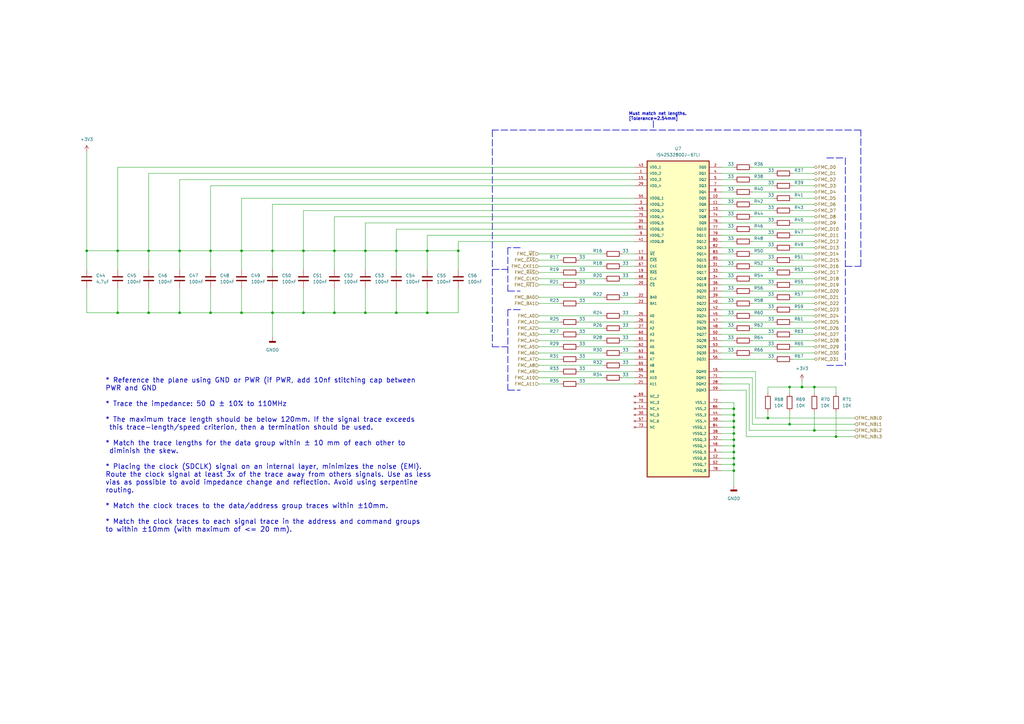
<source format=kicad_sch>
(kicad_sch (version 20211123) (generator eeschema)
  (paper "A3")
  (title_block (title "SDRAM") (date "2022-09-27") (rev "REv. 1") (company "HardGFX") (comment 1 "Esp. Eng. Sciarrone, Hanes Nahuel") (comment 2 "Master in embedded systems") (comment 3 "UBA - Facultad de Ingeniería"))
  (junction (at 86.36 128.27))
  (junction (at 73.66 102.87))
  (junction (at 111.76 128.27))
  (junction (at 60.96 102.87))
  (junction (at 314.96 171.45))
  (junction (at 175.26 128.27))
  (junction (at 300.99 180.34))
  (junction (at 334.01 158.75))
  (junction (at 124.46 102.87))
  (junction (at 300.99 190.5))
  (junction (at 300.99 193.04))
  (junction (at 334.01 176.53))
  (junction (at 342.9 179.07))
  (junction (at 300.99 167.64))
  (junction (at 35.56 102.87))
  (junction (at 323.85 158.75))
  (junction (at 99.06 128.27))
  (junction (at 300.99 187.96))
  (junction (at 124.46 128.27))
  (junction (at 300.99 177.8))
  (junction (at 300.99 175.26))
  (junction (at 300.99 182.88))
  (junction (at 48.26 128.27))
  (junction (at 300.99 185.42))
  (junction (at 175.26 102.87))
  (junction (at 162.56 102.87))
  (junction (at 300.99 170.18))
  (junction (at 86.36 102.87))
  (junction (at 300.99 172.72))
  (junction (at 323.85 173.99))
  (junction (at 162.56 128.27))
  (junction (at 149.86 128.27))
  (junction (at 60.96 128.27))
  (junction (at 111.76 102.87))
  (junction (at 48.26 102.87))
  (junction (at 187.96 102.87))
  (junction (at 73.66 128.27))
  (junction (at 137.16 102.87))
  (junction (at 149.86 102.87))
  (junction (at 328.93 158.75))
  (junction (at 137.16 128.27))
  (junction (at 99.06 102.87))
  (wire (pts (xy 300.99 172.72) (xy 300.99 175.26)))
  (wire (pts (xy 295.91 165.1) (xy 300.99 165.1)))
  (wire (pts (xy 323.85 158.75) (xy 323.85 161.29)))
  (wire (pts (xy 295.91 129.54) (xy 300.99 129.54)))
  (wire (pts (xy 220.98 124.46) (xy 229.87 124.46)))
  (wire (pts (xy 220.98 157.48) (xy 229.87 157.48)))
  (wire (pts (xy 325.12 86.36) (xy 334.01 86.36)))
  (wire (pts (xy 295.91 109.22) (xy 300.99 109.22)))
  (polyline (pts (xy 346.71 109.22) (xy 353.06 109.22)) (stroke (width 0.254)))
  (wire (pts (xy 309.88 152.4) (xy 295.91 152.4)))
  (wire (pts (xy 73.66 128.27) (xy 86.36 128.27)))
  (wire (pts (xy 325.12 71.12) (xy 334.01 71.12)))
  (wire (pts (xy 260.35 99.06) (xy 187.96 99.06)))
  (wire (pts (xy 295.91 177.8) (xy 300.99 177.8)))
  (wire (pts (xy 220.98 134.62) (xy 247.65 134.62)))
  (wire (pts (xy 295.91 116.84) (xy 317.5 116.84)))
  (wire (pts (xy 137.16 102.87) (xy 149.86 102.87)))
  (polyline (pts (xy 208.28 127) (xy 208.28 160.02)) (stroke (width 0.254)))
  (wire (pts (xy 124.46 128.27) (xy 111.76 128.27)))
  (wire (pts (xy 342.9 179.07) (xy 306.07 179.07)))
  (wire (pts (xy 308.61 139.7) (xy 334.01 139.7)))
  (wire (pts (xy 255.27 114.3) (xy 260.35 114.3)))
  (wire (pts (xy 48.26 102.87) (xy 48.26 110.49)))
  (wire (pts (xy 314.96 171.45) (xy 350.52 171.45)))
  (wire (pts (xy 175.26 128.27) (xy 162.56 128.27)))
  (wire (pts (xy 255.27 154.94) (xy 260.35 154.94)))
  (wire (pts (xy 325.12 91.44) (xy 334.01 91.44)))
  (wire (pts (xy 137.16 118.11) (xy 137.16 128.27)))
  (wire (pts (xy 342.9 179.07) (xy 350.52 179.07)))
  (wire (pts (xy 220.98 109.22) (xy 247.65 109.22)))
  (wire (pts (xy 300.99 170.18) (xy 300.99 172.72)))
  (wire (pts (xy 308.61 144.78) (xy 334.01 144.78)))
  (wire (pts (xy 295.91 71.12) (xy 317.5 71.12)))
  (wire (pts (xy 295.91 106.68) (xy 317.5 106.68)))
  (wire (pts (xy 255.27 129.54) (xy 260.35 129.54)))
  (wire (pts (xy 220.98 121.92) (xy 247.65 121.92)))
  (polyline (pts (xy 353.06 109.22) (xy 353.06 53.34)) (stroke (width 0.254)))
  (wire (pts (xy 260.35 86.36) (xy 124.46 86.36)))
  (wire (pts (xy 220.98 106.68) (xy 229.87 106.68)))
  (wire (pts (xy 220.98 114.3) (xy 247.65 114.3)))
  (wire (pts (xy 308.61 104.14) (xy 334.01 104.14)))
  (wire (pts (xy 295.91 170.18) (xy 300.99 170.18)))
  (polyline (pts (xy 208.28 160.02) (xy 213.36 160.02)) (stroke (width 0.254)))
  (wire (pts (xy 99.06 102.87) (xy 99.06 110.49)))
  (wire (pts (xy 323.85 158.75) (xy 328.93 158.75)))
  (wire (pts (xy 48.26 68.58) (xy 48.26 102.87)))
  (wire (pts (xy 306.07 179.07) (xy 306.07 160.02)))
  (wire (pts (xy 342.9 179.07) (xy 342.9 168.91)))
  (wire (pts (xy 255.27 109.22) (xy 260.35 109.22)))
  (wire (pts (xy 111.76 118.11) (xy 111.76 128.27)))
  (wire (pts (xy 295.91 193.04) (xy 300.99 193.04)))
  (wire (pts (xy 295.91 76.2) (xy 317.5 76.2)))
  (wire (pts (xy 175.26 102.87) (xy 187.96 102.87)))
  (wire (pts (xy 260.35 88.9) (xy 137.16 88.9)))
  (wire (pts (xy 325.12 121.92) (xy 334.01 121.92)))
  (wire (pts (xy 86.36 76.2) (xy 86.36 102.87)))
  (polyline (pts (xy 353.06 53.34) (xy 201.93 53.34)) (stroke (width 0.254)))
  (wire (pts (xy 295.91 190.5) (xy 300.99 190.5)))
  (wire (pts (xy 60.96 102.87) (xy 60.96 110.49)))
  (wire (pts (xy 124.46 102.87) (xy 137.16 102.87)))
  (wire (pts (xy 260.35 73.66) (xy 73.66 73.66)))
  (wire (pts (xy 295.91 104.14) (xy 300.99 104.14)))
  (wire (pts (xy 99.06 81.28) (xy 99.06 102.87)))
  (wire (pts (xy 60.96 71.12) (xy 60.96 102.87)))
  (wire (pts (xy 295.91 121.92) (xy 317.5 121.92)))
  (polyline (pts (xy 201.93 110.49) (xy 208.28 110.49)) (stroke (width 0.254)))
  (wire (pts (xy 255.27 104.14) (xy 260.35 104.14)))
  (wire (pts (xy 334.01 176.53) (xy 307.34 176.53)))
  (wire (pts (xy 35.56 62.23) (xy 35.56 102.87)))
  (wire (pts (xy 175.26 118.11) (xy 175.26 128.27)))
  (wire (pts (xy 260.35 76.2) (xy 86.36 76.2)))
  (wire (pts (xy 295.91 101.6) (xy 317.5 101.6)))
  (wire (pts (xy 308.61 173.99) (xy 308.61 154.94)))
  (wire (pts (xy 300.99 190.5) (xy 300.99 193.04)))
  (wire (pts (xy 300.99 187.96) (xy 300.99 190.5)))
  (wire (pts (xy 307.34 157.48) (xy 295.91 157.48)))
  (wire (pts (xy 300.99 175.26) (xy 300.99 177.8)))
  (wire (pts (xy 325.12 116.84) (xy 334.01 116.84)))
  (polyline (pts (xy 339.09 64.77) (xy 346.71 64.77)) (stroke (width 0.254)))
  (wire (pts (xy 295.91 175.26) (xy 300.99 175.26)))
  (wire (pts (xy 175.26 96.52) (xy 175.26 102.87)))
  (wire (pts (xy 295.91 132.08) (xy 317.5 132.08)))
  (wire (pts (xy 86.36 102.87) (xy 99.06 102.87)))
  (wire (pts (xy 73.66 102.87) (xy 73.66 110.49)))
  (wire (pts (xy 162.56 93.98) (xy 162.56 102.87)))
  (wire (pts (xy 300.99 177.8) (xy 300.99 180.34)))
  (wire (pts (xy 255.27 121.92) (xy 260.35 121.92)))
  (wire (pts (xy 300.99 167.64) (xy 300.99 170.18)))
  (wire (pts (xy 295.91 88.9) (xy 300.99 88.9)))
  (wire (pts (xy 295.91 91.44) (xy 317.5 91.44)))
  (wire (pts (xy 237.49 157.48) (xy 260.35 157.48)))
  (wire (pts (xy 220.98 132.08) (xy 229.87 132.08)))
  (wire (pts (xy 162.56 128.27) (xy 149.86 128.27)))
  (wire (pts (xy 308.61 99.06) (xy 334.01 99.06)))
  (wire (pts (xy 237.49 132.08) (xy 260.35 132.08)))
  (wire (pts (xy 325.12 142.24) (xy 334.01 142.24)))
  (polyline (pts (xy 208.28 119.38) (xy 213.36 119.38)) (stroke (width 0.254)))
  (wire (pts (xy 149.86 91.44) (xy 149.86 102.87)))
  (wire (pts (xy 220.98 129.54) (xy 247.65 129.54)))
  (wire (pts (xy 149.86 102.87) (xy 149.86 110.49)))
  (wire (pts (xy 260.35 81.28) (xy 99.06 81.28)))
  (wire (pts (xy 137.16 88.9) (xy 137.16 102.87)))
  (wire (pts (xy 149.86 128.27) (xy 137.16 128.27)))
  (wire (pts (xy 325.12 127) (xy 334.01 127)))
  (wire (pts (xy 325.12 147.32) (xy 334.01 147.32)))
  (wire (pts (xy 295.91 96.52) (xy 317.5 96.52)))
  (wire (pts (xy 237.49 137.16) (xy 260.35 137.16)))
  (wire (pts (xy 162.56 102.87) (xy 175.26 102.87)))
  (wire (pts (xy 314.96 171.45) (xy 309.88 171.45)))
  (wire (pts (xy 60.96 102.87) (xy 73.66 102.87)))
  (wire (pts (xy 137.16 128.27) (xy 124.46 128.27)))
  (wire (pts (xy 342.9 158.75) (xy 334.01 158.75)))
  (wire (pts (xy 260.35 96.52) (xy 175.26 96.52)))
  (wire (pts (xy 220.98 139.7) (xy 247.65 139.7)))
  (wire (pts (xy 255.27 149.86) (xy 260.35 149.86)))
  (wire (pts (xy 308.61 109.22) (xy 334.01 109.22)))
  (wire (pts (xy 220.98 144.78) (xy 247.65 144.78)))
  (wire (pts (xy 220.98 149.86) (xy 247.65 149.86)))
  (wire (pts (xy 308.61 78.74) (xy 334.01 78.74)))
  (wire (pts (xy 334.01 176.53) (xy 334.01 168.91)))
  (wire (pts (xy 295.91 83.82) (xy 300.99 83.82)))
  (polyline (pts (xy 213.36 127) (xy 208.28 127)) (stroke (width 0.254)))
  (wire (pts (xy 86.36 118.11) (xy 86.36 128.27)))
  (wire (pts (xy 99.06 128.27) (xy 111.76 128.27)))
  (wire (pts (xy 220.98 104.14) (xy 247.65 104.14)))
  (wire (pts (xy 162.56 118.11) (xy 162.56 128.27)))
  (wire (pts (xy 295.91 182.88) (xy 300.99 182.88)))
  (polyline (pts (xy 201.93 142.24) (xy 208.28 142.24)) (stroke (width 0.254)))
  (wire (pts (xy 308.61 119.38) (xy 334.01 119.38)))
  (wire (pts (xy 328.93 158.75) (xy 328.93 156.21)))
  (wire (pts (xy 325.12 96.52) (xy 334.01 96.52)))
  (wire (pts (xy 300.99 193.04) (xy 300.99 199.39)))
  (wire (pts (xy 149.86 118.11) (xy 149.86 128.27)))
  (wire (pts (xy 308.61 134.62) (xy 334.01 134.62)))
  (wire (pts (xy 255.27 139.7) (xy 260.35 139.7)))
  (polyline (pts (xy 267.97 49.53) (xy 267.97 53.34)) (stroke (width 0.254)))
  (wire (pts (xy 111.76 83.82) (xy 111.76 102.87)))
  (wire (pts (xy 300.99 180.34) (xy 300.99 182.88)))
  (wire (pts (xy 237.49 124.46) (xy 260.35 124.46)))
  (wire (pts (xy 162.56 102.87) (xy 162.56 110.49)))
  (wire (pts (xy 187.96 128.27) (xy 175.26 128.27)))
  (wire (pts (xy 295.91 93.98) (xy 300.99 93.98)))
  (wire (pts (xy 111.76 128.27) (xy 111.76 138.43)))
  (wire (pts (xy 124.46 86.36) (xy 124.46 102.87)))
  (wire (pts (xy 73.66 102.87) (xy 86.36 102.87)))
  (wire (pts (xy 295.91 81.28) (xy 317.5 81.28)))
  (wire (pts (xy 325.12 111.76) (xy 334.01 111.76)))
  (wire (pts (xy 295.91 172.72) (xy 300.99 172.72)))
  (wire (pts (xy 237.49 147.32) (xy 260.35 147.32)))
  (wire (pts (xy 295.91 167.64) (xy 300.99 167.64)))
  (wire (pts (xy 220.98 154.94) (xy 247.65 154.94)))
  (wire (pts (xy 175.26 102.87) (xy 175.26 110.49)))
  (wire (pts (xy 111.76 102.87) (xy 111.76 110.49)))
  (wire (pts (xy 260.35 71.12) (xy 60.96 71.12)))
  (wire (pts (xy 35.56 128.27) (xy 48.26 128.27)))
  (wire (pts (xy 260.35 93.98) (xy 162.56 93.98)))
  (wire (pts (xy 220.98 116.84) (xy 229.87 116.84)))
  (wire (pts (xy 48.26 102.87) (xy 60.96 102.87)))
  (wire (pts (xy 308.61 83.82) (xy 334.01 83.82)))
  (wire (pts (xy 295.91 73.66) (xy 300.99 73.66)))
  (wire (pts (xy 35.56 102.87) (xy 35.56 110.49)))
  (wire (pts (xy 325.12 76.2) (xy 334.01 76.2)))
  (wire (pts (xy 295.91 142.24) (xy 317.5 142.24)))
  (wire (pts (xy 237.49 152.4) (xy 260.35 152.4)))
  (wire (pts (xy 342.9 161.29) (xy 342.9 158.75)))
  (wire (pts (xy 295.91 139.7) (xy 300.99 139.7)))
  (wire (pts (xy 325.12 137.16) (xy 334.01 137.16)))
  (wire (pts (xy 334.01 158.75) (xy 334.01 161.29)))
  (wire (pts (xy 295.91 119.38) (xy 300.99 119.38)))
  (wire (pts (xy 124.46 118.11) (xy 124.46 128.27)))
  (wire (pts (xy 237.49 142.24) (xy 260.35 142.24)))
  (wire (pts (xy 309.88 171.45) (xy 309.88 152.4)))
  (wire (pts (xy 308.61 154.94) (xy 295.91 154.94)))
  (wire (pts (xy 295.91 111.76) (xy 317.5 111.76)))
  (wire (pts (xy 187.96 118.11) (xy 187.96 128.27)))
  (wire (pts (xy 323.85 173.99) (xy 350.52 173.99)))
  (wire (pts (xy 300.99 165.1) (xy 300.99 167.64)))
  (wire (pts (xy 60.96 128.27) (xy 73.66 128.27)))
  (wire (pts (xy 111.76 102.87) (xy 124.46 102.87)))
  (wire (pts (xy 295.91 144.78) (xy 300.99 144.78)))
  (wire (pts (xy 323.85 173.99) (xy 308.61 173.99)))
  (wire (pts (xy 308.61 124.46) (xy 334.01 124.46)))
  (wire (pts (xy 260.35 91.44) (xy 149.86 91.44)))
  (wire (pts (xy 48.26 118.11) (xy 48.26 128.27)))
  (wire (pts (xy 334.01 158.75) (xy 328.93 158.75)))
  (wire (pts (xy 187.96 99.06) (xy 187.96 102.87)))
  (wire (pts (xy 237.49 106.68) (xy 260.35 106.68)))
  (wire (pts (xy 295.91 137.16) (xy 317.5 137.16)))
  (wire (pts (xy 325.12 106.68) (xy 334.01 106.68)))
  (wire (pts (xy 314.96 161.29) (xy 314.96 158.75)))
  (polyline (pts (xy 339.09 149.86) (xy 346.71 149.86)) (stroke (width 0.254)))
  (wire (pts (xy 308.61 129.54) (xy 334.01 129.54)))
  (wire (pts (xy 220.98 147.32) (xy 229.87 147.32)))
  (wire (pts (xy 220.98 137.16) (xy 229.87 137.16)))
  (wire (pts (xy 295.91 187.96) (xy 300.99 187.96)))
  (wire (pts (xy 295.91 180.34) (xy 300.99 180.34)))
  (wire (pts (xy 308.61 114.3) (xy 334.01 114.3)))
  (wire (pts (xy 295.91 114.3) (xy 300.99 114.3)))
  (polyline (pts (xy 208.28 101.6) (xy 208.28 119.38)) (stroke (width 0.254)))
  (wire (pts (xy 73.66 118.11) (xy 73.66 128.27)))
  (wire (pts (xy 35.56 118.11) (xy 35.56 128.27)))
  (wire (pts (xy 220.98 142.24) (xy 229.87 142.24)))
  (wire (pts (xy 307.34 176.53) (xy 307.34 157.48)))
  (wire (pts (xy 86.36 128.27) (xy 99.06 128.27)))
  (wire (pts (xy 308.61 93.98) (xy 334.01 93.98)))
  (wire (pts (xy 295.91 99.06) (xy 300.99 99.06)))
  (wire (pts (xy 220.98 111.76) (xy 229.87 111.76)))
  (polyline (pts (xy 346.71 64.77) (xy 346.71 149.86)) (stroke (width 0.254)))
  (wire (pts (xy 99.06 118.11) (xy 99.06 128.27)))
  (wire (pts (xy 334.01 176.53) (xy 350.52 176.53)))
  (wire (pts (xy 86.36 102.87) (xy 86.36 110.49)))
  (wire (pts (xy 308.61 73.66) (xy 334.01 73.66)))
  (wire (pts (xy 255.27 144.78) (xy 260.35 144.78)))
  (wire (pts (xy 73.66 73.66) (xy 73.66 102.87)))
  (wire (pts (xy 220.98 152.4) (xy 229.87 152.4)))
  (wire (pts (xy 295.91 124.46) (xy 300.99 124.46)))
  (wire (pts (xy 306.07 160.02) (xy 295.91 160.02)))
  (wire (pts (xy 325.12 101.6) (xy 334.01 101.6)))
  (wire (pts (xy 255.27 134.62) (xy 260.35 134.62)))
  (wire (pts (xy 295.91 68.58) (xy 300.99 68.58)))
  (wire (pts (xy 300.99 185.42) (xy 300.99 187.96)))
  (wire (pts (xy 187.96 102.87) (xy 187.96 110.49)))
  (wire (pts (xy 237.49 116.84) (xy 260.35 116.84)))
  (wire (pts (xy 295.91 78.74) (xy 300.99 78.74)))
  (wire (pts (xy 295.91 127) (xy 317.5 127)))
  (wire (pts (xy 99.06 102.87) (xy 111.76 102.87)))
  (wire (pts (xy 260.35 68.58) (xy 48.26 68.58)))
  (wire (pts (xy 308.61 68.58) (xy 334.01 68.58)))
  (wire (pts (xy 325.12 81.28) (xy 334.01 81.28)))
  (wire (pts (xy 308.61 88.9) (xy 334.01 88.9)))
  (wire (pts (xy 35.56 102.87) (xy 48.26 102.87)))
  (wire (pts (xy 295.91 86.36) (xy 317.5 86.36)))
  (wire (pts (xy 48.26 128.27) (xy 60.96 128.27)))
  (wire (pts (xy 295.91 147.32) (xy 317.5 147.32)))
  (wire (pts (xy 295.91 134.62) (xy 300.99 134.62)))
  (wire (pts (xy 323.85 173.99) (xy 323.85 168.91)))
  (wire (pts (xy 260.35 83.82) (xy 111.76 83.82)))
  (wire (pts (xy 300.99 182.88) (xy 300.99 185.42)))
  (wire (pts (xy 237.49 111.76) (xy 260.35 111.76)))
  (wire (pts (xy 314.96 158.75) (xy 323.85 158.75)))
  (wire (pts (xy 314.96 171.45) (xy 314.96 168.91)))
  (polyline (pts (xy 201.93 53.34) (xy 201.93 142.24)) (stroke (width 0.254)))
  (wire (pts (xy 124.46 102.87) (xy 124.46 110.49)))
  (wire (pts (xy 149.86 102.87) (xy 162.56 102.87)))
  (wire (pts (xy 295.91 185.42) (xy 300.99 185.42)))
  (wire (pts (xy 60.96 118.11) (xy 60.96 128.27)))
  (wire (pts (xy 137.16 102.87) (xy 137.16 110.49)))
  (polyline (pts (xy 213.36 101.6) (xy 208.28 101.6)) (stroke (width 0.254)))
  (wire (pts (xy 325.12 132.08) (xy 334.01 132.08)))
  (text "* Reference the plane using GND or PWR (if PWR, add 10nf stitching cap between \nPWR and GND\n\n* Trace the impedance: 50 Ω ± 10% to 110MHz\n\n* The maximum trace length should be below 120mm. If the signal trace exceeds\n this trace-length/speed criterion, then a termination should be used.\n\n* Match the trace lengths for the data group within ± 10 mm of each other to\n diminish the skew.\n\n* Placing the clock (SDCLK) signal on an internal layer, minimizes the noise (EMI).\nRoute the clock signal at least 3x of the trace away from others signals. Use as less\nvias as possible to avoid impedance change and reflection. Avoid using serpentine\nrouting.\n\n* Match the clock traces to the data/address group traces within ±10mm.\n\n* Match the clock traces to each signal trace in the address and command groups \nto within ±10mm (with maximum of <= 20 mm)." (at 43.18 218.44 0) (effects (font (size 2 2) (thickness 0.254) bold) (justify left bottom)))
  (text "Must match net lengths.\n[Tolerance=2.54mm]" (at 257.81 49.53 0) (effects (font (size 1.27 1.27) (thickness 0.254) bold) (justify left bottom)))
  (hierarchical_label "FMC_CLK" (shape input) (at 220.98 114.3 180))
  (hierarchical_label "FMC_D24" (shape bidirectional) (at 334.01 129.54 0))
  (hierarchical_label "FMC_D31" (shape bidirectional) (at 334.01 147.32 0))
  (hierarchical_label "FMC_A5" (shape input) (at 220.98 142.24 180))
  (hierarchical_label "FMC_A8" (shape input) (at 220.98 149.86 180))
  (hierarchical_label "FMC_D30" (shape bidirectional) (at 334.01 144.78 0))
  (hierarchical_label "FMC_A10" (shape input) (at 220.98 154.94 180))
  (hierarchical_label "FMC_CKE1" (shape input) (at 220.98 109.22 180))
  (hierarchical_label "FMC_D3" (shape bidirectional) (at 334.01 76.2 0))
  (hierarchical_label "FMC_D23" (shape bidirectional) (at 334.01 127 0))
  (hierarchical_label "FMC_A11" (shape input) (at 220.98 157.48 180))
  (hierarchical_label "FMC_D19" (shape bidirectional) (at 334.01 116.84 0))
  (hierarchical_label "FMC_D22" (shape bidirectional) (at 334.01 124.46 0))
  (hierarchical_label "FMC_NBL2" (shape input) (at 350.52 176.53 0))
  (hierarchical_label "FMC_D0" (shape bidirectional) (at 334.01 68.58 0))
  (hierarchical_label "FMC_~{WE}" (shape input) (at 220.98 104.14 180))
  (hierarchical_label "FMC_A1" (shape input) (at 220.98 132.08 180))
  (hierarchical_label "FMC_NBL3" (shape input) (at 350.52 179.07 0))
  (hierarchical_label "FMC_A9" (shape input) (at 220.98 152.4 180))
  (hierarchical_label "FMC_BA1" (shape input) (at 220.98 124.46 180))
  (hierarchical_label "FMC_~{NE1}" (shape input) (at 220.98 116.84 180))
  (hierarchical_label "FMC_D5" (shape bidirectional) (at 334.01 81.28 0))
  (hierarchical_label "FMC_~{CAS}" (shape input) (at 220.98 106.68 180))
  (hierarchical_label "FMC_D25" (shape bidirectional) (at 334.01 132.08 0))
  (hierarchical_label "FMC_D27" (shape bidirectional) (at 334.01 137.16 0))
  (hierarchical_label "FMC_D7" (shape bidirectional) (at 334.01 86.36 0))
  (hierarchical_label "FMC_D18" (shape bidirectional) (at 334.01 114.3 0))
  (hierarchical_label "FMC_A2" (shape input) (at 220.98 134.62 180))
  (hierarchical_label "FMC_D20" (shape bidirectional) (at 334.01 119.38 0))
  (hierarchical_label "FMC_D12" (shape bidirectional) (at 334.01 99.06 0))
  (hierarchical_label "FMC_D14" (shape bidirectional) (at 334.01 104.14 0))
  (hierarchical_label "FMC_D17" (shape bidirectional) (at 334.01 111.76 0))
  (hierarchical_label "FMC_D1" (shape bidirectional) (at 334.01 71.12 0))
  (hierarchical_label "FMC_D16" (shape bidirectional) (at 334.01 109.22 0))
  (hierarchical_label "FMC_A0" (shape input) (at 220.98 129.54 180))
  (hierarchical_label "FMC_D15" (shape bidirectional) (at 334.01 106.68 0))
  (hierarchical_label "FMC_D13" (shape bidirectional) (at 334.01 101.6 0))
  (hierarchical_label "FMC_D4" (shape bidirectional) (at 334.01 78.74 0))
  (hierarchical_label "FMC_A4" (shape input) (at 220.98 139.7 180))
  (hierarchical_label "FMC_A6" (shape input) (at 220.98 144.78 180))
  (hierarchical_label "FMC_D26" (shape bidirectional) (at 334.01 134.62 0))
  (hierarchical_label "FMC_D10" (shape bidirectional) (at 334.01 93.98 0))
  (hierarchical_label "FMC_BA0" (shape input) (at 220.98 121.92 180))
  (hierarchical_label "FMC_D8" (shape bidirectional) (at 334.01 88.9 0))
  (hierarchical_label "FMC_D28" (shape bidirectional) (at 334.01 139.7 0))
  (hierarchical_label "FMC_D21" (shape bidirectional) (at 334.01 121.92 0))
  (hierarchical_label "FMC_D29" (shape bidirectional) (at 334.01 142.24 0))
  (hierarchical_label "FMC_A7" (shape input) (at 220.98 147.32 180))
  (hierarchical_label "FMC_D2" (shape bidirectional) (at 334.01 73.66 0))
  (hierarchical_label "FMC_D11" (shape bidirectional) (at 334.01 96.52 0))
  (hierarchical_label "FMC_NBL1" (shape input) (at 350.52 173.99 0))
  (hierarchical_label "FMC_NBL0" (shape input) (at 350.52 171.45 0))
  (hierarchical_label "FMC_D9" (shape bidirectional) (at 334.01 91.44 0))
  (hierarchical_label "FMC_D6" (shape bidirectional) (at 334.01 83.82 0))
  (hierarchical_label "FMC_~{RAS}" (shape input) (at 220.98 111.76 180))
  (hierarchical_label "FMC_A3" (shape input) (at 220.98 137.16 180))
  (symbol (lib_id "Device:R") (at 321.31 91.44 90) (unit 1)
    (property "Reference" "R45" (at 327.66 90.17 90))
    (property "Value" "33" (at 316.23 90.17 90))
    (property "Footprint" "Resistor_SMD:R_0603_1608Metric_Pad0.98x0.95mm_HandSolder" (effects hide))
    (property "Datasheet" "https://www.yageo.com/upload/media/product/productsearch/datasheet/rchip/PYu-RC_Group_51_RoHS_L_12.pdf" (effects hide))
    (property "MANUFACTURER" "YAGEO" (effects hide))
    (property "digikey#" "311-33.0HRCT-ND" (effects hide))
    (property "manf#" "RC0603FR-0733RL" (effects hide))
    (property "mouser#" "603-RC0603FR-0733RL" (effects hide))
  )
  (symbol (lib_id "Device:C") (at 35.56 114.3 0) (unit 1)
    (property "Reference" "C44" (at 39.37 113.0299 0) (effects (justify left)))
    (property "Value" "4.7uF" (at 39.37 115.5699 0) (effects (justify left)))
    (property "Footprint" "Capacitor_SMD:C_0603_1608Metric_Pad1.08x0.95mm_HandSolder" (effects hide))
    (property "Datasheet" "https://search.murata.co.jp/Ceramy/image/img/A01X/G101/ENG/GRM185R61A475ME11-01.pdf" (effects hide))
    (property "MANUFACTURER" "Murata Electronics" (effects hide))
    (property "digikey#" "490-16348-1-ND" (effects hide))
    (property "manf#" "GRM185R61A475ME11D" (effects hide))
    (property "mouser#" "81-GRM185R61A475ME1D" (effects hide))
  )
  (symbol (lib_id "Device:R") (at 233.68 157.48 90) (unit 1)
    (property "Reference" "R35" (at 227.33 156.21 90))
    (property "Value" "33" (at 238.76 156.21 90))
    (property "Footprint" "Resistor_SMD:R_0603_1608Metric_Pad0.98x0.95mm_HandSolder" (effects hide))
    (property "Datasheet" "https://www.yageo.com/upload/media/product/productsearch/datasheet/rchip/PYu-RC_Group_51_RoHS_L_12.pdf" (effects hide))
    (property "MANUFACTURER" "YAGEO" (effects hide))
    (property "digikey#" "311-33.0HRCT-ND" (effects hide))
    (property "manf#" "RC0603FR-0733RL" (effects hide))
    (property "mouser#" "603-RC0603FR-0733RL" (effects hide))
  )
  (symbol (lib_id "Device:R") (at 304.8 88.9 90) (unit 1)
    (property "Reference" "R44" (at 311.15 87.63 90))
    (property "Value" "33" (at 299.72 87.63 90))
    (property "Footprint" "Resistor_SMD:R_0603_1608Metric_Pad0.98x0.95mm_HandSolder" (effects hide))
    (property "Datasheet" "https://www.yageo.com/upload/media/product/productsearch/datasheet/rchip/PYu-RC_Group_51_RoHS_L_12.pdf" (effects hide))
    (property "MANUFACTURER" "YAGEO" (effects hide))
    (property "digikey#" "311-33.0HRCT-ND" (effects hide))
    (property "manf#" "RC0603FR-0733RL" (effects hide))
    (property "mouser#" "603-RC0603FR-0733RL" (effects hide))
  )
  (symbol (lib_id "Device:R") (at 304.8 119.38 90) (unit 1)
    (property "Reference" "R56" (at 311.15 118.11 90))
    (property "Value" "33" (at 299.72 118.11 90))
    (property "Footprint" "Resistor_SMD:R_0603_1608Metric_Pad0.98x0.95mm_HandSolder" (effects hide))
    (property "Datasheet" "https://www.yageo.com/upload/media/product/productsearch/datasheet/rchip/PYu-RC_Group_51_RoHS_L_12.pdf" (effects hide))
    (property "MANUFACTURER" "YAGEO" (effects hide))
    (property "digikey#" "311-33.0HRCT-ND" (effects hide))
    (property "manf#" "RC0603FR-0733RL" (effects hide))
    (property "mouser#" "603-RC0603FR-0733RL" (effects hide))
  )
  (symbol (lib_id "Device:R") (at 304.8 83.82 90) (unit 1)
    (property "Reference" "R42" (at 311.15 82.55 90))
    (property "Value" "33" (at 299.72 82.55 90))
    (property "Footprint" "Resistor_SMD:R_0603_1608Metric_Pad0.98x0.95mm_HandSolder" (effects hide))
    (property "Datasheet" "https://www.yageo.com/upload/media/product/productsearch/datasheet/rchip/PYu-RC_Group_51_RoHS_L_12.pdf" (effects hide))
    (property "MANUFACTURER" "YAGEO" (effects hide))
    (property "digikey#" "311-33.0HRCT-ND" (effects hide))
    (property "manf#" "RC0603FR-0733RL" (effects hide))
    (property "mouser#" "603-RC0603FR-0733RL" (effects hide))
  )
  (symbol (lib_id "Device:C") (at 162.56 114.3 0) (unit 1)
    (property "Reference" "C54" (at 166.37 113.0299 0) (effects (justify left)))
    (property "Value" "100nF" (at 166.37 115.5699 0) (effects (justify left)))
    (property "Footprint" "Capacitor_SMD:C_0603_1608Metric_Pad1.08x0.95mm_HandSolder" (effects hide))
    (property "Datasheet" "https://www.yageo.com/upload/media/product/productsearch/datasheet/mlcc/UPY-GPHC_X7R_6.3V-to-50V_20.pdf" (effects hide))
    (property "MANUFACTURER" "YAGEO" (effects hide))
    (property "digikey#" "311-1088-1-ND" (effects hide))
    (property "manf#" "CC0603KRX7R7BB104" (effects hide))
    (property "mouser#" "603-CC603KRX7R7BB104" (effects hide))
  )
  (symbol (lib_id "Device:R") (at 233.68 124.46 90) (unit 1)
    (property "Reference" "R23" (at 227.33 123.19 90))
    (property "Value" "33" (at 238.76 123.19 90))
    (property "Footprint" "Resistor_SMD:R_0603_1608Metric_Pad0.98x0.95mm_HandSolder" (effects hide))
    (property "Datasheet" "https://www.yageo.com/upload/media/product/productsearch/datasheet/rchip/PYu-RC_Group_51_RoHS_L_12.pdf" (effects hide))
    (property "MANUFACTURER" "YAGEO" (effects hide))
    (property "digikey#" "311-33.0HRCT-ND" (effects hide))
    (property "manf#" "RC0603FR-0733RL" (effects hide))
    (property "mouser#" "603-RC0603FR-0733RL" (effects hide))
  )
  (symbol (lib_id "Device:R") (at 304.8 109.22 90) (unit 1)
    (property "Reference" "R52" (at 311.15 107.95 90))
    (property "Value" "33" (at 299.72 107.95 90))
    (property "Footprint" "Resistor_SMD:R_0603_1608Metric_Pad0.98x0.95mm_HandSolder" (effects hide))
    (property "Datasheet" "https://www.yageo.com/upload/media/product/productsearch/datasheet/rchip/PYu-RC_Group_51_RoHS_L_12.pdf" (effects hide))
    (property "MANUFACTURER" "YAGEO" (effects hide))
    (property "digikey#" "311-33.0HRCT-ND" (effects hide))
    (property "manf#" "RC0603FR-0733RL" (effects hide))
    (property "mouser#" "603-RC0603FR-0733RL" (effects hide))
  )
  (symbol (lib_id "Device:R") (at 321.31 137.16 90) (unit 1)
    (property "Reference" "R63" (at 327.66 135.89 90))
    (property "Value" "33" (at 316.23 135.89 90))
    (property "Footprint" "Resistor_SMD:R_0603_1608Metric_Pad0.98x0.95mm_HandSolder" (effects hide))
    (property "Datasheet" "https://www.yageo.com/upload/media/product/productsearch/datasheet/rchip/PYu-RC_Group_51_RoHS_L_12.pdf" (effects hide))
    (property "MANUFACTURER" "YAGEO" (effects hide))
    (property "digikey#" "311-33.0HRCT-ND" (effects hide))
    (property "manf#" "RC0603FR-0733RL" (effects hide))
    (property "mouser#" "603-RC0603FR-0733RL" (effects hide))
  )
  (symbol (lib_id "Device:R") (at 321.31 101.6 90) (unit 1)
    (property "Reference" "R49" (at 327.66 100.33 90))
    (property "Value" "33" (at 316.23 100.33 90))
    (property "Footprint" "Resistor_SMD:R_0603_1608Metric_Pad0.98x0.95mm_HandSolder" (effects hide))
    (property "Datasheet" "https://www.yageo.com/upload/media/product/productsearch/datasheet/rchip/PYu-RC_Group_51_RoHS_L_12.pdf" (effects hide))
    (property "MANUFACTURER" "YAGEO" (effects hide))
    (property "digikey#" "311-33.0HRCT-ND" (effects hide))
    (property "manf#" "RC0603FR-0733RL" (effects hide))
    (property "mouser#" "603-RC0603FR-0733RL" (effects hide))
  )
  (symbol (lib_id "Device:C") (at 175.26 114.3 0) (unit 1)
    (property "Reference" "C55" (at 179.07 113.0299 0) (effects (justify left)))
    (property "Value" "100nF" (at 179.07 115.5699 0) (effects (justify left)))
    (property "Footprint" "Capacitor_SMD:C_0603_1608Metric_Pad1.08x0.95mm_HandSolder" (effects hide))
    (property "Datasheet" "https://www.yageo.com/upload/media/product/productsearch/datasheet/mlcc/UPY-GPHC_X7R_6.3V-to-50V_20.pdf" (effects hide))
    (property "MANUFACTURER" "YAGEO" (effects hide))
    (property "digikey#" "311-1088-1-ND" (effects hide))
    (property "manf#" "CC0603KRX7R7BB104" (effects hide))
    (property "mouser#" "603-CC603KRX7R7BB104" (effects hide))
  )
  (symbol (lib_id "Device:R") (at 233.68 152.4 90) (unit 1)
    (property "Reference" "R33" (at 227.33 151.13 90))
    (property "Value" "33" (at 238.76 151.13 90))
    (property "Footprint" "Resistor_SMD:R_0603_1608Metric_Pad0.98x0.95mm_HandSolder" (effects hide))
    (property "Datasheet" "https://www.yageo.com/upload/media/product/productsearch/datasheet/rchip/PYu-RC_Group_51_RoHS_L_12.pdf" (effects hide))
    (property "MANUFACTURER" "YAGEO" (effects hide))
    (property "digikey#" "311-33.0HRCT-ND" (effects hide))
    (property "manf#" "RC0603FR-0733RL" (effects hide))
    (property "mouser#" "603-RC0603FR-0733RL" (effects hide))
  )
  (symbol (lib_id "Device:R") (at 304.8 139.7 90) (unit 1)
    (property "Reference" "R64" (at 311.15 138.43 90))
    (property "Value" "33" (at 299.72 138.43 90))
    (property "Footprint" "Resistor_SMD:R_0603_1608Metric_Pad0.98x0.95mm_HandSolder" (effects hide))
    (property "Datasheet" "https://www.yageo.com/upload/media/product/productsearch/datasheet/rchip/PYu-RC_Group_51_RoHS_L_12.pdf" (effects hide))
    (property "MANUFACTURER" "YAGEO" (effects hide))
    (property "digikey#" "311-33.0HRCT-ND" (effects hide))
    (property "manf#" "RC0603FR-0733RL" (effects hide))
    (property "mouser#" "603-RC0603FR-0733RL" (effects hide))
  )
  (symbol (lib_id "Device:R") (at 304.8 73.66 90) (unit 1)
    (property "Reference" "R38" (at 311.15 72.39 90))
    (property "Value" "33" (at 299.72 72.39 90))
    (property "Footprint" "Resistor_SMD:R_0603_1608Metric_Pad0.98x0.95mm_HandSolder" (effects hide))
    (property "Datasheet" "https://www.yageo.com/upload/media/product/productsearch/datasheet/rchip/PYu-RC_Group_51_RoHS_L_12.pdf" (effects hide))
    (property "MANUFACTURER" "YAGEO" (effects hide))
    (property "digikey#" "311-33.0HRCT-ND" (effects hide))
    (property "manf#" "RC0603FR-0733RL" (effects hide))
    (property "mouser#" "603-RC0603FR-0733RL" (effects hide))
  )
  (symbol (lib_id "Device:R") (at 321.31 86.36 90) (unit 1)
    (property "Reference" "R43" (at 327.66 85.09 90))
    (property "Value" "33" (at 316.23 85.09 90))
    (property "Footprint" "Resistor_SMD:R_0603_1608Metric_Pad0.98x0.95mm_HandSolder" (effects hide))
    (property "Datasheet" "https://www.yageo.com/upload/media/product/productsearch/datasheet/rchip/PYu-RC_Group_51_RoHS_L_12.pdf" (effects hide))
    (property "MANUFACTURER" "YAGEO" (effects hide))
    (property "digikey#" "311-33.0HRCT-ND" (effects hide))
    (property "manf#" "RC0603FR-0733RL" (effects hide))
    (property "mouser#" "603-RC0603FR-0733RL" (effects hide))
  )
  (symbol (lib_id "Device:R") (at 233.68 132.08 90) (unit 1)
    (property "Reference" "R25" (at 227.33 130.81 90))
    (property "Value" "33" (at 238.76 130.81 90))
    (property "Footprint" "Resistor_SMD:R_0603_1608Metric_Pad0.98x0.95mm_HandSolder" (effects hide))
    (property "Datasheet" "https://www.yageo.com/upload/media/product/productsearch/datasheet/rchip/PYu-RC_Group_51_RoHS_L_12.pdf" (effects hide))
    (property "MANUFACTURER" "YAGEO" (effects hide))
    (property "digikey#" "311-33.0HRCT-ND" (effects hide))
    (property "manf#" "RC0603FR-0733RL" (effects hide))
    (property "mouser#" "603-RC0603FR-0733RL" (effects hide))
  )
  (symbol (lib_id "Device:R") (at 342.9 165.1 0) (unit 1)
    (property "Reference" "R71" (at 345.44 163.8299 0) (effects (justify left)))
    (property "Value" "10K" (at 345.44 166.3699 0) (effects (justify left)))
    (property "Footprint" "Resistor_SMD:R_0603_1608Metric_Pad0.98x0.95mm_HandSolder" (effects hide))
    (property "Datasheet" "https://www.yageo.com/upload/media/product/productsearch/datasheet/rchip/PYu-RC_Group_51_RoHS_L_12.pdf" (effects hide))
    (property "MANUFACTURER" "YAGEO" (effects hide))
    (property "digikey#" "311-10.0KHRCT-ND" (effects hide))
    (property "manf#" "RC0603FR-0710KL" (effects hide))
    (property "mouser#" "603-RC0603FR-0710KL" (effects hide))
  )
  (symbol (lib_id "Device:R") (at 251.46 121.92 90) (unit 1)
    (property "Reference" "R22" (at 245.11 120.65 90))
    (property "Value" "33" (at 256.54 120.65 90))
    (property "Footprint" "Resistor_SMD:R_0603_1608Metric_Pad0.98x0.95mm_HandSolder" (effects hide))
    (property "Datasheet" "https://www.yageo.com/upload/media/product/productsearch/datasheet/rchip/PYu-RC_Group_51_RoHS_L_12.pdf" (effects hide))
    (property "MANUFACTURER" "YAGEO" (effects hide))
    (property "digikey#" "311-33.0HRCT-ND" (effects hide))
    (property "manf#" "RC0603FR-0733RL" (effects hide))
    (property "mouser#" "603-RC0603FR-0733RL" (effects hide))
  )
  (symbol (lib_id "Device:R") (at 321.31 142.24 90) (unit 1)
    (property "Reference" "R65" (at 327.66 140.97 90))
    (property "Value" "33" (at 316.23 140.97 90))
    (property "Footprint" "Resistor_SMD:R_0603_1608Metric_Pad0.98x0.95mm_HandSolder" (effects hide))
    (property "Datasheet" "https://www.yageo.com/upload/media/product/productsearch/datasheet/rchip/PYu-RC_Group_51_RoHS_L_12.pdf" (effects hide))
    (property "MANUFACTURER" "YAGEO" (effects hide))
    (property "digikey#" "311-33.0HRCT-ND" (effects hide))
    (property "manf#" "RC0603FR-0733RL" (effects hide))
    (property "mouser#" "603-RC0603FR-0733RL" (effects hide))
  )
  (symbol (lib_id "Device:R") (at 334.01 165.1 0) (unit 1)
    (property "Reference" "R70" (at 336.55 163.8299 0) (effects (justify left)))
    (property "Value" "10K" (at 336.55 166.3699 0) (effects (justify left)))
    (property "Footprint" "Resistor_SMD:R_0603_1608Metric_Pad0.98x0.95mm_HandSolder" (effects hide))
    (property "Datasheet" "https://www.yageo.com/upload/media/product/productsearch/datasheet/rchip/PYu-RC_Group_51_RoHS_L_12.pdf" (effects hide))
    (property "MANUFACTURER" "YAGEO" (effects hide))
    (property "digikey#" "311-10.0KHRCT-ND" (effects hide))
    (property "manf#" "RC0603FR-0710KL" (effects hide))
    (property "mouser#" "603-RC0603FR-0710KL" (effects hide))
  )
  (symbol (lib_id "power:+3V3") (at 35.56 62.23 0) (unit 1)
    (property "Reference" "#PWR039" (effects hide))
    (property "Value" "+3V3" (at 35.56 57.15 0))
  )
  (symbol (lib_id "Device:R") (at 251.46 144.78 90) (unit 1)
    (property "Reference" "R30" (at 245.11 143.51 90))
    (property "Value" "33" (at 256.54 143.51 90))
    (property "Footprint" "Resistor_SMD:R_0603_1608Metric_Pad0.98x0.95mm_HandSolder" (effects hide))
    (property "Datasheet" "https://www.yageo.com/upload/media/product/productsearch/datasheet/rchip/PYu-RC_Group_51_RoHS_L_12.pdf" (effects hide))
    (property "MANUFACTURER" "YAGEO" (effects hide))
    (property "digikey#" "311-33.0HRCT-ND" (effects hide))
    (property "manf#" "RC0603FR-0733RL" (effects hide))
    (property "mouser#" "603-RC0603FR-0733RL" (effects hide))
  )
  (symbol (lib_id "power:GNDD") (at 111.76 138.43 0) (unit 1)
    (property "Reference" "#PWR040" (effects hide))
    (property "Value" "GNDD" (at 111.76 143.51 0))
  )
  (symbol (lib_id "Device:R") (at 251.46 134.62 90) (unit 1)
    (property "Reference" "R26" (at 245.11 133.35 90))
    (property "Value" "33" (at 256.54 133.35 90))
    (property "Footprint" "Resistor_SMD:R_0603_1608Metric_Pad0.98x0.95mm_HandSolder" (effects hide))
    (property "Datasheet" "https://www.yageo.com/upload/media/product/productsearch/datasheet/rchip/PYu-RC_Group_51_RoHS_L_12.pdf" (effects hide))
    (property "MANUFACTURER" "YAGEO" (effects hide))
    (property "digikey#" "311-33.0HRCT-ND" (effects hide))
    (property "manf#" "RC0603FR-0733RL" (effects hide))
    (property "mouser#" "603-RC0603FR-0733RL" (effects hide))
  )
  (symbol (lib_id "Device:R") (at 304.8 104.14 90) (unit 1)
    (property "Reference" "R50" (at 311.15 102.87 90))
    (property "Value" "33" (at 299.72 102.87 90))
    (property "Footprint" "Resistor_SMD:R_0603_1608Metric_Pad0.98x0.95mm_HandSolder" (effects hide))
    (property "Datasheet" "https://www.yageo.com/upload/media/product/productsearch/datasheet/rchip/PYu-RC_Group_51_RoHS_L_12.pdf" (effects hide))
    (property "MANUFACTURER" "YAGEO" (effects hide))
    (property "digikey#" "311-33.0HRCT-ND" (effects hide))
    (property "manf#" "RC0603FR-0733RL" (effects hide))
    (property "mouser#" "603-RC0603FR-0733RL" (effects hide))
  )
  (symbol (lib_id "power:+3V3") (at 328.93 156.21 0) (unit 1)
    (property "Reference" "#PWR042" (effects hide))
    (property "Value" "+3V3" (at 328.93 151.13 0))
  )
  (symbol (lib_id "Device:R") (at 321.31 111.76 90) (unit 1)
    (property "Reference" "R53" (at 327.66 110.49 90))
    (property "Value" "33" (at 316.23 110.49 90))
    (property "Footprint" "Resistor_SMD:R_0603_1608Metric_Pad0.98x0.95mm_HandSolder" (effects hide))
    (property "Datasheet" "https://www.yageo.com/upload/media/product/productsearch/datasheet/rchip/PYu-RC_Group_51_RoHS_L_12.pdf" (effects hide))
    (property "MANUFACTURER" "YAGEO" (effects hide))
    (property "digikey#" "311-33.0HRCT-ND" (effects hide))
    (property "manf#" "RC0603FR-0733RL" (effects hide))
    (property "mouser#" "603-RC0603FR-0733RL" (effects hide))
  )
  (symbol (lib_id "Device:R") (at 304.8 99.06 90) (unit 1)
    (property "Reference" "R48" (at 311.15 97.79 90))
    (property "Value" "33" (at 299.72 97.79 90))
    (property "Footprint" "Resistor_SMD:R_0603_1608Metric_Pad0.98x0.95mm_HandSolder" (effects hide))
    (property "Datasheet" "https://www.yageo.com/upload/media/product/productsearch/datasheet/rchip/PYu-RC_Group_51_RoHS_L_12.pdf" (effects hide))
    (property "MANUFACTURER" "YAGEO" (effects hide))
    (property "digikey#" "311-33.0HRCT-ND" (effects hide))
    (property "manf#" "RC0603FR-0733RL" (effects hide))
    (property "mouser#" "603-RC0603FR-0733RL" (effects hide))
  )
  (symbol (lib_id "Device:R") (at 233.68 116.84 90) (unit 1)
    (property "Reference" "R21" (at 227.33 115.57 90))
    (property "Value" "33" (at 238.76 115.57 90))
    (property "Footprint" "Resistor_SMD:R_0603_1608Metric_Pad0.98x0.95mm_HandSolder" (effects hide))
    (property "Datasheet" "https://www.yageo.com/upload/media/product/productsearch/datasheet/rchip/PYu-RC_Group_51_RoHS_L_12.pdf" (effects hide))
    (property "MANUFACTURER" "YAGEO" (effects hide))
    (property "digikey#" "311-33.0HRCT-ND" (effects hide))
    (property "manf#" "RC0603FR-0733RL" (effects hide))
    (property "mouser#" "603-RC0603FR-0733RL" (effects hide))
  )
  (symbol (lib_id "Device:C") (at 137.16 114.3 0) (unit 1)
    (property "Reference" "C52" (at 140.97 113.0299 0) (effects (justify left)))
    (property "Value" "100nF" (at 140.97 115.5699 0) (effects (justify left)))
    (property "Footprint" "Capacitor_SMD:C_0603_1608Metric_Pad1.08x0.95mm_HandSolder" (effects hide))
    (property "Datasheet" "https://www.yageo.com/upload/media/product/productsearch/datasheet/mlcc/UPY-GPHC_X7R_6.3V-to-50V_20.pdf" (effects hide))
    (property "MANUFACTURER" "YAGEO" (effects hide))
    (property "digikey#" "311-1088-1-ND" (effects hide))
    (property "manf#" "CC0603KRX7R7BB104" (effects hide))
    (property "mouser#" "603-CC603KRX7R7BB104" (effects hide))
  )
  (symbol (lib_id "Device:C") (at 124.46 114.3 0) (unit 1)
    (property "Reference" "C51" (at 128.27 113.0299 0) (effects (justify left)))
    (property "Value" "100nF" (at 128.27 115.5699 0) (effects (justify left)))
    (property "Footprint" "Capacitor_SMD:C_0603_1608Metric_Pad1.08x0.95mm_HandSolder" (effects hide))
    (property "Datasheet" "https://www.yageo.com/upload/media/product/productsearch/datasheet/mlcc/UPY-GPHC_X7R_6.3V-to-50V_20.pdf" (effects hide))
    (property "MANUFACTURER" "YAGEO" (effects hide))
    (property "digikey#" "311-1088-1-ND" (effects hide))
    (property "manf#" "CC0603KRX7R7BB104" (effects hide))
    (property "mouser#" "603-CC603KRX7R7BB104" (effects hide))
  )
  (symbol (lib_id "Device:R") (at 321.31 81.28 90) (unit 1)
    (property "Reference" "R41" (at 327.66 80.01 90))
    (property "Value" "33" (at 316.23 80.01 90))
    (property "Footprint" "Resistor_SMD:R_0603_1608Metric_Pad0.98x0.95mm_HandSolder" (effects hide))
    (property "Datasheet" "https://www.yageo.com/upload/media/product/productsearch/datasheet/rchip/PYu-RC_Group_51_RoHS_L_12.pdf" (effects hide))
    (property "MANUFACTURER" "YAGEO" (effects hide))
    (property "digikey#" "311-33.0HRCT-ND" (effects hide))
    (property "manf#" "RC0603FR-0733RL" (effects hide))
    (property "mouser#" "603-RC0603FR-0733RL" (effects hide))
  )
  (symbol (lib_id "Device:R") (at 321.31 127 90) (unit 1)
    (property "Reference" "R59" (at 327.66 125.73 90))
    (property "Value" "33" (at 316.23 125.73 90))
    (property "Footprint" "Resistor_SMD:R_0603_1608Metric_Pad0.98x0.95mm_HandSolder" (effects hide))
    (property "Datasheet" "https://www.yageo.com/upload/media/product/productsearch/datasheet/rchip/PYu-RC_Group_51_RoHS_L_12.pdf" (effects hide))
    (property "MANUFACTURER" "YAGEO" (effects hide))
    (property "digikey#" "311-33.0HRCT-ND" (effects hide))
    (property "manf#" "RC0603FR-0733RL" (effects hide))
    (property "mouser#" "603-RC0603FR-0733RL" (effects hide))
  )
  (symbol (lib_id "Device:R") (at 233.68 147.32 90) (unit 1)
    (property "Reference" "R31" (at 227.33 146.05 90))
    (property "Value" "33" (at 238.76 146.05 90))
    (property "Footprint" "Resistor_SMD:R_0603_1608Metric_Pad0.98x0.95mm_HandSolder" (effects hide))
    (property "Datasheet" "https://www.yageo.com/upload/media/product/productsearch/datasheet/rchip/PYu-RC_Group_51_RoHS_L_12.pdf" (effects hide))
    (property "MANUFACTURER" "YAGEO" (effects hide))
    (property "digikey#" "311-33.0HRCT-ND" (effects hide))
    (property "manf#" "RC0603FR-0733RL" (effects hide))
    (property "mouser#" "603-RC0603FR-0733RL" (effects hide))
  )
  (symbol (lib_id "Device:C") (at 149.86 114.3 0) (unit 1)
    (property "Reference" "C53" (at 153.67 113.0299 0) (effects (justify left)))
    (property "Value" "100nF" (at 153.67 115.5699 0) (effects (justify left)))
    (property "Footprint" "Capacitor_SMD:C_0603_1608Metric_Pad1.08x0.95mm_HandSolder" (effects hide))
    (property "Datasheet" "https://www.yageo.com/upload/media/product/productsearch/datasheet/mlcc/UPY-GPHC_X7R_6.3V-to-50V_20.pdf" (effects hide))
    (property "MANUFACTURER" "YAGEO" (effects hide))
    (property "digikey#" "311-1088-1-ND" (effects hide))
    (property "manf#" "CC0603KRX7R7BB104" (effects hide))
    (property "mouser#" "603-CC603KRX7R7BB104" (effects hide))
  )
  (symbol (lib_id "Device:R") (at 233.68 111.76 90) (unit 1)
    (property "Reference" "R19" (at 227.33 110.49 90))
    (property "Value" "33" (at 238.76 110.49 90))
    (property "Footprint" "Resistor_SMD:R_0603_1608Metric_Pad0.98x0.95mm_HandSolder" (effects hide))
    (property "Datasheet" "https://www.yageo.com/upload/media/product/productsearch/datasheet/rchip/PYu-RC_Group_51_RoHS_L_12.pdf" (effects hide))
    (property "MANUFACTURER" "YAGEO" (effects hide))
    (property "digikey#" "311-33.0HRCT-ND" (effects hide))
    (property "manf#" "RC0603FR-0733RL" (effects hide))
    (property "mouser#" "603-RC0603FR-0733RL" (effects hide))
  )
  (symbol (lib_id "Device:R") (at 251.46 104.14 90) (unit 1)
    (property "Reference" "R16" (at 245.11 102.87 90))
    (property "Value" "33" (at 256.54 102.87 90))
    (property "Footprint" "Resistor_SMD:R_0603_1608Metric_Pad0.98x0.95mm_HandSolder" (effects hide))
    (property "Datasheet" "https://www.yageo.com/upload/media/product/productsearch/datasheet/rchip/PYu-RC_Group_51_RoHS_L_12.pdf" (effects hide))
    (property "MANUFACTURER" "YAGEO" (effects hide))
    (property "digikey#" "311-33.0HRCT-ND" (effects hide))
    (property "manf#" "RC0603FR-0733RL" (effects hide))
    (property "mouser#" "603-RC0603FR-0733RL" (effects hide))
  )
  (symbol (lib_id "Device:C") (at 99.06 114.3 0) (unit 1)
    (property "Reference" "C49" (at 102.87 113.0299 0) (effects (justify left)))
    (property "Value" "100nF" (at 102.87 115.5699 0) (effects (justify left)))
    (property "Footprint" "Capacitor_SMD:C_0603_1608Metric_Pad1.08x0.95mm_HandSolder" (effects hide))
    (property "Datasheet" "https://www.yageo.com/upload/media/product/productsearch/datasheet/mlcc/UPY-GPHC_X7R_6.3V-to-50V_20.pdf" (effects hide))
    (property "MANUFACTURER" "YAGEO" (effects hide))
    (property "digikey#" "311-1088-1-ND" (effects hide))
    (property "manf#" "CC0603KRX7R7BB104" (effects hide))
    (property "mouser#" "603-CC603KRX7R7BB104" (effects hide))
  )
  (symbol (lib_id "Device:R") (at 321.31 106.68 90) (unit 1)
    (property "Reference" "R51" (at 327.66 105.41 90))
    (property "Value" "33" (at 316.23 105.41 90))
    (property "Footprint" "Resistor_SMD:R_0603_1608Metric_Pad0.98x0.95mm_HandSolder" (effects hide))
    (property "Datasheet" "https://www.yageo.com/upload/media/product/productsearch/datasheet/rchip/PYu-RC_Group_51_RoHS_L_12.pdf" (effects hide))
    (property "MANUFACTURER" "YAGEO" (effects hide))
    (property "digikey#" "311-33.0HRCT-ND" (effects hide))
    (property "manf#" "RC0603FR-0733RL" (effects hide))
    (property "mouser#" "603-RC0603FR-0733RL" (effects hide))
  )
  (symbol (lib_id "Device:R") (at 321.31 76.2 90) (unit 1)
    (property "Reference" "R39" (at 327.66 74.93 90))
    (property "Value" "33" (at 316.23 74.93 90))
    (property "Footprint" "Resistor_SMD:R_0603_1608Metric_Pad0.98x0.95mm_HandSolder" (effects hide))
    (property "Datasheet" "https://www.yageo.com/upload/media/product/productsearch/datasheet/rchip/PYu-RC_Group_51_RoHS_L_12.pdf" (effects hide))
    (property "MANUFACTURER" "YAGEO" (effects hide))
    (property "digikey#" "311-33.0HRCT-ND" (effects hide))
    (property "manf#" "RC0603FR-0733RL" (effects hide))
    (property "mouser#" "603-RC0603FR-0733RL" (effects hide))
  )
  (symbol (lib_id "Device:R") (at 304.8 78.74 90) (unit 1)
    (property "Reference" "R40" (at 311.15 77.47 90))
    (property "Value" "33" (at 299.72 77.47 90))
    (property "Footprint" "Resistor_SMD:R_0603_1608Metric_Pad0.98x0.95mm_HandSolder" (effects hide))
    (property "Datasheet" "https://www.yageo.com/upload/media/product/productsearch/datasheet/rchip/PYu-RC_Group_51_RoHS_L_12.pdf" (effects hide))
    (property "MANUFACTURER" "YAGEO" (effects hide))
    (property "digikey#" "311-33.0HRCT-ND" (effects hide))
    (property "manf#" "RC0603FR-0733RL" (effects hide))
    (property "mouser#" "603-RC0603FR-0733RL" (effects hide))
  )
  (symbol (lib_id "Device:R") (at 233.68 142.24 90) (unit 1)
    (property "Reference" "R29" (at 227.33 140.97 90))
    (property "Value" "33" (at 238.76 140.97 90))
    (property "Footprint" "Resistor_SMD:R_0603_1608Metric_Pad0.98x0.95mm_HandSolder" (effects hide))
    (property "Datasheet" "https://www.yageo.com/upload/media/product/productsearch/datasheet/rchip/PYu-RC_Group_51_RoHS_L_12.pdf" (effects hide))
    (property "MANUFACTURER" "YAGEO" (effects hide))
    (property "digikey#" "311-33.0HRCT-ND" (effects hide))
    (property "manf#" "RC0603FR-0733RL" (effects hide))
    (property "mouser#" "603-RC0603FR-0733RL" (effects hide))
  )
  (symbol (lib_id "Device:R") (at 233.68 137.16 90) (unit 1)
    (property "Reference" "R27" (at 227.33 135.89 90))
    (property "Value" "33" (at 238.76 135.89 90))
    (property "Footprint" "Resistor_SMD:R_0603_1608Metric_Pad0.98x0.95mm_HandSolder" (effects hide))
    (property "Datasheet" "https://www.yageo.com/upload/media/product/productsearch/datasheet/rchip/PYu-RC_Group_51_RoHS_L_12.pdf" (effects hide))
    (property "MANUFACTURER" "YAGEO" (effects hide))
    (property "digikey#" "311-33.0HRCT-ND" (effects hide))
    (property "manf#" "RC0603FR-0733RL" (effects hide))
    (property "mouser#" "603-RC0603FR-0733RL" (effects hide))
  )
  (symbol (lib_id "Device:R") (at 304.8 129.54 90) (unit 1)
    (property "Reference" "R60" (at 311.15 128.27 90))
    (property "Value" "33" (at 299.72 128.27 90))
    (property "Footprint" "Resistor_SMD:R_0603_1608Metric_Pad0.98x0.95mm_HandSolder" (effects hide))
    (property "Datasheet" "https://www.yageo.com/upload/media/product/productsearch/datasheet/rchip/PYu-RC_Group_51_RoHS_L_12.pdf" (effects hide))
    (property "MANUFACTURER" "YAGEO" (effects hide))
    (property "digikey#" "311-33.0HRCT-ND" (effects hide))
    (property "manf#" "RC0603FR-0733RL" (effects hide))
    (property "mouser#" "603-RC0603FR-0733RL" (effects hide))
  )
  (symbol (lib_id "Device:R") (at 251.46 139.7 90) (unit 1)
    (property "Reference" "R28" (at 245.11 138.43 90))
    (property "Value" "33" (at 256.54 138.43 90))
    (property "Footprint" "Resistor_SMD:R_0603_1608Metric_Pad0.98x0.95mm_HandSolder" (effects hide))
    (property "Datasheet" "https://www.yageo.com/upload/media/product/productsearch/datasheet/rchip/PYu-RC_Group_51_RoHS_L_12.pdf" (effects hide))
    (property "MANUFACTURER" "YAGEO" (effects hide))
    (property "digikey#" "311-33.0HRCT-ND" (effects hide))
    (property "manf#" "RC0603FR-0733RL" (effects hide))
    (property "mouser#" "603-RC0603FR-0733RL" (effects hide))
  )
  (symbol (lib_id "Device:R") (at 314.96 165.1 0) (unit 1)
    (property "Reference" "R68" (at 317.5 163.8299 0) (effects (justify left)))
    (property "Value" "10K" (at 317.5 166.3699 0) (effects (justify left)))
    (property "Footprint" "Resistor_SMD:R_0603_1608Metric_Pad0.98x0.95mm_HandSolder" (effects hide))
    (property "Datasheet" "https://www.yageo.com/upload/media/product/productsearch/datasheet/rchip/PYu-RC_Group_51_RoHS_L_12.pdf" (effects hide))
    (property "MANUFACTURER" "YAGEO" (effects hide))
    (property "digikey#" "311-10.0KHRCT-ND" (effects hide))
    (property "manf#" "RC0603FR-0710KL" (effects hide))
    (property "mouser#" "603-RC0603FR-0710KL" (effects hide))
  )
  (symbol (lib_id "Device:R") (at 321.31 132.08 90) (unit 1)
    (property "Reference" "R61" (at 327.66 130.81 90))
    (property "Value" "33" (at 316.23 130.81 90))
    (property "Footprint" "Resistor_SMD:R_0603_1608Metric_Pad0.98x0.95mm_HandSolder" (effects hide))
    (property "Datasheet" "https://www.yageo.com/upload/media/product/productsearch/datasheet/rchip/PYu-RC_Group_51_RoHS_L_12.pdf" (effects hide))
    (property "MANUFACTURER" "YAGEO" (effects hide))
    (property "digikey#" "311-33.0HRCT-ND" (effects hide))
    (property "manf#" "RC0603FR-0733RL" (effects hide))
    (property "mouser#" "603-RC0603FR-0733RL" (effects hide))
  )
  (symbol (lib_id "power:GNDD") (at 300.99 199.39 0) (unit 1)
    (property "Reference" "#PWR041" (effects hide))
    (property "Value" "GNDD" (at 300.99 204.47 0))
  )
  (symbol (lib_id "Device:C") (at 60.96 114.3 0) (unit 1)
    (property "Reference" "C46" (at 64.77 113.0299 0) (effects (justify left)))
    (property "Value" "100nF" (at 64.77 115.5699 0) (effects (justify left)))
    (property "Footprint" "Capacitor_SMD:C_0603_1608Metric_Pad1.08x0.95mm_HandSolder" (effects hide))
    (property "Datasheet" "https://www.yageo.com/upload/media/product/productsearch/datasheet/mlcc/UPY-GPHC_X7R_6.3V-to-50V_20.pdf" (effects hide))
    (property "MANUFACTURER" "YAGEO" (effects hide))
    (property "digikey#" "311-1088-1-ND" (effects hide))
    (property "manf#" "CC0603KRX7R7BB104" (effects hide))
    (property "mouser#" "603-CC603KRX7R7BB104" (effects hide))
  )
  (symbol (lib_id "Device:R") (at 304.8 93.98 90) (unit 1)
    (property "Reference" "R46" (at 311.15 92.71 90))
    (property "Value" "33" (at 299.72 92.71 90))
    (property "Footprint" "Resistor_SMD:R_0603_1608Metric_Pad0.98x0.95mm_HandSolder" (effects hide))
    (property "Datasheet" "https://www.yageo.com/upload/media/product/productsearch/datasheet/rchip/PYu-RC_Group_51_RoHS_L_12.pdf" (effects hide))
    (property "MANUFACTURER" "YAGEO" (effects hide))
    (property "digikey#" "311-33.0HRCT-ND" (effects hide))
    (property "manf#" "RC0603FR-0733RL" (effects hide))
    (property "mouser#" "603-RC0603FR-0733RL" (effects hide))
  )
  (symbol (lib_id "Device:R") (at 304.8 68.58 90) (unit 1)
    (property "Reference" "R36" (at 311.15 67.31 90))
    (property "Value" "33" (at 299.72 67.31 90))
    (property "Footprint" "Resistor_SMD:R_0603_1608Metric_Pad0.98x0.95mm_HandSolder" (effects hide))
    (property "Datasheet" "https://www.yageo.com/upload/media/product/productsearch/datasheet/rchip/PYu-RC_Group_51_RoHS_L_12.pdf" (effects hide))
    (property "MANUFACTURER" "YAGEO" (effects hide))
    (property "digikey#" "311-33.0HRCT-ND" (effects hide))
    (property "manf#" "RC0603FR-0733RL" (effects hide))
    (property "mouser#" "603-RC0603FR-0733RL" (effects hide))
  )
  (symbol (lib_id "Device:R") (at 304.8 144.78 90) (unit 1)
    (property "Reference" "R66" (at 311.15 143.51 90))
    (property "Value" "33" (at 299.72 143.51 90))
    (property "Footprint" "Resistor_SMD:R_0603_1608Metric_Pad0.98x0.95mm_HandSolder" (effects hide))
    (property "Datasheet" "https://www.yageo.com/upload/media/product/productsearch/datasheet/rchip/PYu-RC_Group_51_RoHS_L_12.pdf" (effects hide))
    (property "MANUFACTURER" "YAGEO" (effects hide))
    (property "digikey#" "311-33.0HRCT-ND" (effects hide))
    (property "manf#" "RC0603FR-0733RL" (effects hide))
    (property "mouser#" "603-RC0603FR-0733RL" (effects hide))
  )
  (symbol (lib_id "Device:R") (at 251.46 154.94 90) (unit 1)
    (property "Reference" "R34" (at 245.11 153.67 90))
    (property "Value" "33" (at 256.54 153.67 90))
    (property "Footprint" "Resistor_SMD:R_0603_1608Metric_Pad0.98x0.95mm_HandSolder" (effects hide))
    (property "Datasheet" "https://www.yageo.com/upload/media/product/productsearch/datasheet/rchip/PYu-RC_Group_51_RoHS_L_12.pdf" (effects hide))
    (property "MANUFACTURER" "YAGEO" (effects hide))
    (property "digikey#" "311-33.0HRCT-ND" (effects hide))
    (property "manf#" "RC0603FR-0733RL" (effects hide))
    (property "mouser#" "603-RC0603FR-0733RL" (effects hide))
  )
  (symbol (lib_id "Device:R") (at 321.31 116.84 90) (unit 1)
    (property "Reference" "R55" (at 327.66 115.57 90))
    (property "Value" "33" (at 316.23 115.57 90))
    (property "Footprint" "Resistor_SMD:R_0603_1608Metric_Pad0.98x0.95mm_HandSolder" (effects hide))
    (property "Datasheet" "https://www.yageo.com/upload/media/product/productsearch/datasheet/rchip/PYu-RC_Group_51_RoHS_L_12.pdf" (effects hide))
    (property "MANUFACTURER" "YAGEO" (effects hide))
    (property "digikey#" "311-33.0HRCT-ND" (effects hide))
    (property "manf#" "RC0603FR-0733RL" (effects hide))
    (property "mouser#" "603-RC0603FR-0733RL" (effects hide))
  )
  (symbol (lib_id "Device:R") (at 251.46 129.54 90) (unit 1)
    (property "Reference" "R24" (at 245.11 128.27 90))
    (property "Value" "33" (at 256.54 128.27 90))
    (property "Footprint" "Resistor_SMD:R_0603_1608Metric_Pad0.98x0.95mm_HandSolder" (effects hide))
    (property "Datasheet" "https://www.yageo.com/upload/media/product/productsearch/datasheet/rchip/PYu-RC_Group_51_RoHS_L_12.pdf" (effects hide))
    (property "MANUFACTURER" "YAGEO" (effects hide))
    (property "digikey#" "311-33.0HRCT-ND" (effects hide))
    (property "manf#" "RC0603FR-0733RL" (effects hide))
    (property "mouser#" "603-RC0603FR-0733RL" (effects hide))
  )
  (symbol (lib_id "Device:C") (at 86.36 114.3 0) (unit 1)
    (property "Reference" "C48" (at 90.17 113.0299 0) (effects (justify left)))
    (property "Value" "100nF" (at 90.17 115.5699 0) (effects (justify left)))
    (property "Footprint" "Capacitor_SMD:C_0603_1608Metric_Pad1.08x0.95mm_HandSolder" (effects hide))
    (property "Datasheet" "https://www.yageo.com/upload/media/product/productsearch/datasheet/mlcc/UPY-GPHC_X7R_6.3V-to-50V_20.pdf" (effects hide))
    (property "MANUFACTURER" "YAGEO" (effects hide))
    (property "digikey#" "311-1088-1-ND" (effects hide))
    (property "manf#" "CC0603KRX7R7BB104" (effects hide))
    (property "mouser#" "603-CC603KRX7R7BB104" (effects hide))
  )
  (symbol (lib_id "Device:C") (at 111.76 114.3 0) (unit 1)
    (property "Reference" "C50" (at 115.57 113.0299 0) (effects (justify left)))
    (property "Value" "100nF" (at 115.57 115.5699 0) (effects (justify left)))
    (property "Footprint" "Capacitor_SMD:C_0603_1608Metric_Pad1.08x0.95mm_HandSolder" (effects hide))
    (property "Datasheet" "https://www.yageo.com/upload/media/product/productsearch/datasheet/mlcc/UPY-GPHC_X7R_6.3V-to-50V_20.pdf" (effects hide))
    (property "MANUFACTURER" "YAGEO" (effects hide))
    (property "digikey#" "311-1088-1-ND" (effects hide))
    (property "manf#" "CC0603KRX7R7BB104" (effects hide))
    (property "mouser#" "603-CC603KRX7R7BB104" (effects hide))
  )
  (symbol (lib_id "Device:C") (at 73.66 114.3 0) (unit 1)
    (property "Reference" "C47" (at 77.47 113.0299 0) (effects (justify left)))
    (property "Value" "100nF" (at 77.47 115.5699 0) (effects (justify left)))
    (property "Footprint" "Capacitor_SMD:C_0603_1608Metric_Pad1.08x0.95mm_HandSolder" (effects hide))
    (property "Datasheet" "https://www.yageo.com/upload/media/product/productsearch/datasheet/mlcc/UPY-GPHC_X7R_6.3V-to-50V_20.pdf" (effects hide))
    (property "MANUFACTURER" "YAGEO" (effects hide))
    (property "digikey#" "311-1088-1-ND" (effects hide))
    (property "manf#" "CC0603KRX7R7BB104" (effects hide))
    (property "mouser#" "603-CC603KRX7R7BB104" (effects hide))
  )
  (symbol (lib_id "Device:R") (at 321.31 147.32 90) (unit 1)
    (property "Reference" "R67" (at 327.66 146.05 90))
    (property "Value" "33" (at 316.23 146.05 90))
    (property "Footprint" "Resistor_SMD:R_0603_1608Metric_Pad0.98x0.95mm_HandSolder" (effects hide))
    (property "Datasheet" "https://www.yageo.com/upload/media/product/productsearch/datasheet/rchip/PYu-RC_Group_51_RoHS_L_12.pdf" (effects hide))
    (property "MANUFACTURER" "YAGEO" (effects hide))
    (property "digikey#" "311-33.0HRCT-ND" (effects hide))
    (property "manf#" "RC0603FR-0733RL" (effects hide))
    (property "mouser#" "603-RC0603FR-0733RL" (effects hide))
  )
  (symbol (lib_id "Device:R") (at 251.46 109.22 90) (unit 1)
    (property "Reference" "R18" (at 245.11 107.95 90))
    (property "Value" "33" (at 256.54 107.95 90))
    (property "Footprint" "Resistor_SMD:R_0603_1608Metric_Pad0.98x0.95mm_HandSolder" (effects hide))
    (property "Datasheet" "https://www.yageo.com/upload/media/product/productsearch/datasheet/rchip/PYu-RC_Group_51_RoHS_L_12.pdf" (effects hide))
    (property "MANUFACTURER" "YAGEO" (effects hide))
    (property "digikey#" "311-33.0HRCT-ND" (effects hide))
    (property "manf#" "RC0603FR-0733RL" (effects hide))
    (property "mouser#" "603-RC0603FR-0733RL" (effects hide))
  )
  (symbol (lib_id "Device:R") (at 304.8 124.46 90) (unit 1)
    (property "Reference" "R58" (at 311.15 123.19 90))
    (property "Value" "33" (at 299.72 123.19 90))
    (property "Footprint" "Resistor_SMD:R_0603_1608Metric_Pad0.98x0.95mm_HandSolder" (effects hide))
    (property "Datasheet" "https://www.yageo.com/upload/media/product/productsearch/datasheet/rchip/PYu-RC_Group_51_RoHS_L_12.pdf" (effects hide))
    (property "MANUFACTURER" "YAGEO" (effects hide))
    (property "digikey#" "311-33.0HRCT-ND" (effects hide))
    (property "manf#" "RC0603FR-0733RL" (effects hide))
    (property "mouser#" "603-RC0603FR-0733RL" (effects hide))
  )
  (symbol (lib_id "Device:C") (at 48.26 114.3 0) (unit 1)
    (property "Reference" "C45" (at 52.07 113.0299 0) (effects (justify left)))
    (property "Value" "100nF" (at 52.07 115.5699 0) (effects (justify left)))
    (property "Footprint" "Capacitor_SMD:C_0603_1608Metric_Pad1.08x0.95mm_HandSolder" (effects hide))
    (property "Datasheet" "https://www.yageo.com/upload/media/product/productsearch/datasheet/mlcc/UPY-GPHC_X7R_6.3V-to-50V_20.pdf" (effects hide))
    (property "MANUFACTURER" "YAGEO" (effects hide))
    (property "digikey#" "311-1088-1-ND" (effects hide))
    (property "manf#" "CC0603KRX7R7BB104" (effects hide))
    (property "mouser#" "603-CC603KRX7R7BB104" (effects hide))
  )
  (symbol (lib_id "Device:R") (at 304.8 134.62 90) (unit 1)
    (property "Reference" "R62" (at 311.15 133.35 90))
    (property "Value" "33" (at 299.72 133.35 90))
    (property "Footprint" "Resistor_SMD:R_0603_1608Metric_Pad0.98x0.95mm_HandSolder" (effects hide))
    (property "Datasheet" "https://www.yageo.com/upload/media/product/productsearch/datasheet/rchip/PYu-RC_Group_51_RoHS_L_12.pdf" (effects hide))
    (property "MANUFACTURER" "YAGEO" (effects hide))
    (property "digikey#" "311-33.0HRCT-ND" (effects hide))
    (property "manf#" "RC0603FR-0733RL" (effects hide))
    (property "mouser#" "603-RC0603FR-0733RL" (effects hide))
  )
  (symbol (lib_id "Device:R") (at 321.31 121.92 90) (unit 1)
    (property "Reference" "R57" (at 327.66 120.65 90))
    (property "Value" "33" (at 316.23 120.65 90))
    (property "Footprint" "Resistor_SMD:R_0603_1608Metric_Pad0.98x0.95mm_HandSolder" (effects hide))
    (property "Datasheet" "https://www.yageo.com/upload/media/product/productsearch/datasheet/rchip/PYu-RC_Group_51_RoHS_L_12.pdf" (effects hide))
    (property "MANUFACTURER" "YAGEO" (effects hide))
    (property "digikey#" "311-33.0HRCT-ND" (effects hide))
    (property "manf#" "RC0603FR-0733RL" (effects hide))
    (property "mouser#" "603-RC0603FR-0733RL" (effects hide))
  )
  (symbol (lib_id "IS42S32800J-6TLI:IS42S32800J-6TLI") (at 278.13 134.62 0) (unit 1)
    (property "Reference" "U7" (at 278.13 60.96 0))
    (property "Value" "IS42S32800J-6TLI" (at 278.13 63.5 0))
    (property "Footprint" "IS42S32800J-6TLI:SOP50P1176X120-86N" (effects hide))
    (property "Datasheet" "https://www.issi.com/WW/pdf/42-45S32800J.pdf" (effects hide))
    (property "MANUFACTURER" "ISSI" (effects hide))
    (property "manf#" "IS42S32800J-6TLI" (effects hide))
    (property "digikey#" "IS42S32800J-6TLI-ND" (effects hide))
    (property "mouser#" "870-42S32800J6TLI" (effects hide))
  )
  (symbol (lib_id "Device:R") (at 323.85 165.1 0) (unit 1)
    (property "Reference" "R69" (at 326.39 163.8299 0) (effects (justify left)))
    (property "Value" "10K" (at 326.39 166.3699 0) (effects (justify left)))
    (property "Footprint" "Resistor_SMD:R_0603_1608Metric_Pad0.98x0.95mm_HandSolder" (effects hide))
    (property "Datasheet" "https://www.yageo.com/upload/media/product/productsearch/datasheet/rchip/PYu-RC_Group_51_RoHS_L_12.pdf" (effects hide))
    (property "MANUFACTURER" "YAGEO" (effects hide))
    (property "digikey#" "311-10.0KHRCT-ND" (effects hide))
    (property "manf#" "RC0603FR-0710KL" (effects hide))
    (property "mouser#" "603-RC0603FR-0710KL" (effects hide))
  )
  (symbol (lib_id "Device:R") (at 304.8 114.3 90) (unit 1)
    (property "Reference" "R54" (at 311.15 113.03 90))
    (property "Value" "33" (at 299.72 113.03 90))
    (property "Footprint" "Resistor_SMD:R_0603_1608Metric_Pad0.98x0.95mm_HandSolder" (effects hide))
    (property "Datasheet" "https://www.yageo.com/upload/media/product/productsearch/datasheet/rchip/PYu-RC_Group_51_RoHS_L_12.pdf" (effects hide))
    (property "MANUFACTURER" "YAGEO" (effects hide))
    (property "digikey#" "311-33.0HRCT-ND" (effects hide))
    (property "manf#" "RC0603FR-0733RL" (effects hide))
    (property "mouser#" "603-RC0603FR-0733RL" (effects hide))
  )
  (symbol (lib_id "Device:R") (at 251.46 114.3 90) (unit 1)
    (property "Reference" "R20" (at 245.11 113.03 90))
    (property "Value" "33" (at 256.54 113.03 90))
    (property "Footprint" "Resistor_SMD:R_0603_1608Metric_Pad0.98x0.95mm_HandSolder" (effects hide))
    (property "Datasheet" "https://www.yageo.com/upload/media/product/productsearch/datasheet/rchip/PYu-RC_Group_51_RoHS_L_12.pdf" (effects hide))
    (property "MANUFACTURER" "YAGEO" (effects hide))
    (property "digikey#" "311-33.0HRCT-ND" (effects hide))
    (property "manf#" "RC0603FR-0733RL" (effects hide))
    (property "mouser#" "603-RC0603FR-0733RL" (effects hide))
  )
  (symbol (lib_id "Device:C") (at 187.96 114.3 0) (unit 1)
    (property "Reference" "C56" (at 191.77 113.0299 0) (effects (justify left)))
    (property "Value" "100nF" (at 191.77 115.5699 0) (effects (justify left)))
    (property "Footprint" "Capacitor_SMD:C_0603_1608Metric_Pad1.08x0.95mm_HandSolder" (effects hide))
    (property "Datasheet" "https://www.yageo.com/upload/media/product/productsearch/datasheet/mlcc/UPY-GPHC_X7R_6.3V-to-50V_20.pdf" (effects hide))
    (property "MANUFACTURER" "YAGEO" (effects hide))
    (property "digikey#" "311-1088-1-ND" (effects hide))
    (property "manf#" "CC0603KRX7R7BB104" (effects hide))
    (property "mouser#" "603-CC603KRX7R7BB104" (effects hide))
  )
  (symbol (lib_id "Device:R") (at 251.46 149.86 90) (unit 1)
    (property "Reference" "R32" (at 245.11 148.59 90))
    (property "Value" "33" (at 256.54 148.59 90))
    (property "Footprint" "Resistor_SMD:R_0603_1608Metric_Pad0.98x0.95mm_HandSolder" (effects hide))
    (property "Datasheet" "https://www.yageo.com/upload/media/product/productsearch/datasheet/rchip/PYu-RC_Group_51_RoHS_L_12.pdf" (effects hide))
    (property "MANUFACTURER" "YAGEO" (effects hide))
    (property "digikey#" "311-33.0HRCT-ND" (effects hide))
    (property "manf#" "RC0603FR-0733RL" (effects hide))
    (property "mouser#" "603-RC0603FR-0733RL" (effects hide))
  )
  (symbol (lib_id "Device:R") (at 321.31 96.52 90) (unit 1)
    (property "Reference" "R47" (at 327.66 95.25 90))
    (property "Value" "33" (at 316.23 95.25 90))
    (property "Footprint" "Resistor_SMD:R_0603_1608Metric_Pad0.98x0.95mm_HandSolder" (effects hide))
    (property "Datasheet" "https://www.yageo.com/upload/media/product/productsearch/datasheet/rchip/PYu-RC_Group_51_RoHS_L_12.pdf" (effects hide))
    (property "MANUFACTURER" "YAGEO" (effects hide))
    (property "digikey#" "311-33.0HRCT-ND" (effects hide))
    (property "manf#" "RC0603FR-0733RL" (effects hide))
    (property "mouser#" "603-RC0603FR-0733RL" (effects hide))
  )
  (symbol (lib_id "Device:R") (at 321.31 71.12 90) (unit 1)
    (property "Reference" "R37" (at 327.66 69.85 90))
    (property "Value" "33" (at 316.23 69.85 90))
    (property "Footprint" "Resistor_SMD:R_0603_1608Metric_Pad0.98x0.95mm_HandSolder" (effects hide))
    (property "Datasheet" "https://www.yageo.com/upload/media/product/productsearch/datasheet/rchip/PYu-RC_Group_51_RoHS_L_12.pdf" (effects hide))
    (property "MANUFACTURER" "YAGEO" (effects hide))
    (property "digikey#" "311-33.0HRCT-ND" (effects hide))
    (property "manf#" "RC0603FR-0733RL" (effects hide))
    (property "mouser#" "603-RC0603FR-0733RL" (effects hide))
  )
  (symbol (lib_id "Device:R") (at 233.68 106.68 90) (unit 1)
    (property "Reference" "R17" (at 227.33 105.41 90))
    (property "Value" "33" (at 238.76 105.41 90))
    (property "Footprint" "Resistor_SMD:R_0603_1608Metric_Pad0.98x0.95mm_HandSolder" (effects hide))
    (property "Datasheet" "https://www.yageo.com/upload/media/product/productsearch/datasheet/rchip/PYu-RC_Group_51_RoHS_L_12.pdf" (effects hide))
    (property "MANUFACTURER" "YAGEO" (effects hide))
    (property "digikey#" "311-33.0HRCT-ND" (effects hide))
    (property "manf#" "RC0603FR-0733RL" (effects hide))
    (property "mouser#" "603-RC0603FR-0733RL" (effects hide))
  )
)
</source>
